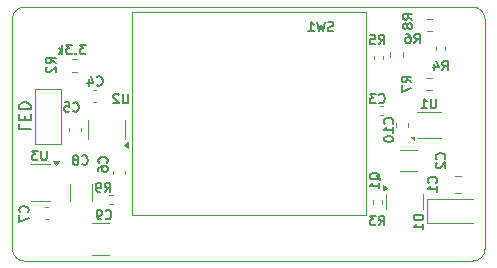
<source format=gbr>
%TF.GenerationSoftware,KiCad,Pcbnew,9.0.2*%
%TF.CreationDate,2025-07-23T23:09:01-07:00*%
%TF.ProjectId,3pdt-pwr-breakout-neg-V2,33706474-2d70-4777-922d-627265616b6f,rev?*%
%TF.SameCoordinates,Original*%
%TF.FileFunction,Legend,Bot*%
%TF.FilePolarity,Positive*%
%FSLAX46Y46*%
G04 Gerber Fmt 4.6, Leading zero omitted, Abs format (unit mm)*
G04 Created by KiCad (PCBNEW 9.0.2) date 2025-07-23 23:09:01*
%MOMM*%
%LPD*%
G01*
G04 APERTURE LIST*
%ADD10C,0.150000*%
%ADD11C,0.120000*%
%TA.AperFunction,Profile*%
%ADD12C,0.100000*%
%TD*%
G04 APERTURE END LIST*
D10*
X53687030Y-54194295D02*
X53191792Y-54194295D01*
X53191792Y-54194295D02*
X53458458Y-54499057D01*
X53458458Y-54499057D02*
X53344173Y-54499057D01*
X53344173Y-54499057D02*
X53267982Y-54537152D01*
X53267982Y-54537152D02*
X53229887Y-54575247D01*
X53229887Y-54575247D02*
X53191792Y-54651438D01*
X53191792Y-54651438D02*
X53191792Y-54841914D01*
X53191792Y-54841914D02*
X53229887Y-54918104D01*
X53229887Y-54918104D02*
X53267982Y-54956200D01*
X53267982Y-54956200D02*
X53344173Y-54994295D01*
X53344173Y-54994295D02*
X53572744Y-54994295D01*
X53572744Y-54994295D02*
X53648935Y-54956200D01*
X53648935Y-54956200D02*
X53687030Y-54918104D01*
X52848934Y-54918104D02*
X52810839Y-54956200D01*
X52810839Y-54956200D02*
X52848934Y-54994295D01*
X52848934Y-54994295D02*
X52887030Y-54956200D01*
X52887030Y-54956200D02*
X52848934Y-54918104D01*
X52848934Y-54918104D02*
X52848934Y-54994295D01*
X52544173Y-54194295D02*
X52048935Y-54194295D01*
X52048935Y-54194295D02*
X52315601Y-54499057D01*
X52315601Y-54499057D02*
X52201316Y-54499057D01*
X52201316Y-54499057D02*
X52125125Y-54537152D01*
X52125125Y-54537152D02*
X52087030Y-54575247D01*
X52087030Y-54575247D02*
X52048935Y-54651438D01*
X52048935Y-54651438D02*
X52048935Y-54841914D01*
X52048935Y-54841914D02*
X52087030Y-54918104D01*
X52087030Y-54918104D02*
X52125125Y-54956200D01*
X52125125Y-54956200D02*
X52201316Y-54994295D01*
X52201316Y-54994295D02*
X52429887Y-54994295D01*
X52429887Y-54994295D02*
X52506078Y-54956200D01*
X52506078Y-54956200D02*
X52544173Y-54918104D01*
X51706077Y-54994295D02*
X51706077Y-54194295D01*
X51629887Y-54689533D02*
X51401315Y-54994295D01*
X51401315Y-54460961D02*
X51706077Y-54765723D01*
X48030180Y-60887030D02*
X48030180Y-61363220D01*
X48030180Y-61363220D02*
X49030180Y-61363220D01*
X48553990Y-60553696D02*
X48553990Y-60220363D01*
X48030180Y-60077506D02*
X48030180Y-60553696D01*
X48030180Y-60553696D02*
X49030180Y-60553696D01*
X49030180Y-60553696D02*
X49030180Y-60077506D01*
X48030180Y-59648934D02*
X49030180Y-59648934D01*
X49030180Y-59648934D02*
X49030180Y-59410839D01*
X49030180Y-59410839D02*
X48982561Y-59267982D01*
X48982561Y-59267982D02*
X48887323Y-59172744D01*
X48887323Y-59172744D02*
X48792085Y-59125125D01*
X48792085Y-59125125D02*
X48601609Y-59077506D01*
X48601609Y-59077506D02*
X48458752Y-59077506D01*
X48458752Y-59077506D02*
X48268276Y-59125125D01*
X48268276Y-59125125D02*
X48173038Y-59172744D01*
X48173038Y-59172744D02*
X48077800Y-59267982D01*
X48077800Y-59267982D02*
X48030180Y-59410839D01*
X48030180Y-59410839D02*
X48030180Y-59648934D01*
X83359523Y-58762295D02*
X83359523Y-59409914D01*
X83359523Y-59409914D02*
X83321428Y-59486104D01*
X83321428Y-59486104D02*
X83283333Y-59524200D01*
X83283333Y-59524200D02*
X83207142Y-59562295D01*
X83207142Y-59562295D02*
X83054761Y-59562295D01*
X83054761Y-59562295D02*
X82978571Y-59524200D01*
X82978571Y-59524200D02*
X82940476Y-59486104D01*
X82940476Y-59486104D02*
X82902380Y-59409914D01*
X82902380Y-59409914D02*
X82902380Y-58762295D01*
X82102381Y-59562295D02*
X82559524Y-59562295D01*
X82330952Y-59562295D02*
X82330952Y-58762295D01*
X82330952Y-58762295D02*
X82407143Y-58876580D01*
X82407143Y-58876580D02*
X82483333Y-58952771D01*
X82483333Y-58952771D02*
X82559524Y-58990866D01*
X55333332Y-66662295D02*
X55599999Y-66281342D01*
X55790475Y-66662295D02*
X55790475Y-65862295D01*
X55790475Y-65862295D02*
X55485713Y-65862295D01*
X55485713Y-65862295D02*
X55409523Y-65900390D01*
X55409523Y-65900390D02*
X55371428Y-65938485D01*
X55371428Y-65938485D02*
X55333332Y-66014676D01*
X55333332Y-66014676D02*
X55333332Y-66128961D01*
X55333332Y-66128961D02*
X55371428Y-66205152D01*
X55371428Y-66205152D02*
X55409523Y-66243247D01*
X55409523Y-66243247D02*
X55485713Y-66281342D01*
X55485713Y-66281342D02*
X55790475Y-66281342D01*
X54952380Y-66662295D02*
X54799999Y-66662295D01*
X54799999Y-66662295D02*
X54723809Y-66624200D01*
X54723809Y-66624200D02*
X54685713Y-66586104D01*
X54685713Y-66586104D02*
X54609523Y-66471819D01*
X54609523Y-66471819D02*
X54571428Y-66319438D01*
X54571428Y-66319438D02*
X54571428Y-66014676D01*
X54571428Y-66014676D02*
X54609523Y-65938485D01*
X54609523Y-65938485D02*
X54647618Y-65900390D01*
X54647618Y-65900390D02*
X54723809Y-65862295D01*
X54723809Y-65862295D02*
X54876190Y-65862295D01*
X54876190Y-65862295D02*
X54952380Y-65900390D01*
X54952380Y-65900390D02*
X54990475Y-65938485D01*
X54990475Y-65938485D02*
X55028571Y-66014676D01*
X55028571Y-66014676D02*
X55028571Y-66205152D01*
X55028571Y-66205152D02*
X54990475Y-66281342D01*
X54990475Y-66281342D02*
X54952380Y-66319438D01*
X54952380Y-66319438D02*
X54876190Y-66357533D01*
X54876190Y-66357533D02*
X54723809Y-66357533D01*
X54723809Y-66357533D02*
X54647618Y-66319438D01*
X54647618Y-66319438D02*
X54609523Y-66281342D01*
X54609523Y-66281342D02*
X54571428Y-66205152D01*
X50409523Y-63162295D02*
X50409523Y-63809914D01*
X50409523Y-63809914D02*
X50371428Y-63886104D01*
X50371428Y-63886104D02*
X50333333Y-63924200D01*
X50333333Y-63924200D02*
X50257142Y-63962295D01*
X50257142Y-63962295D02*
X50104761Y-63962295D01*
X50104761Y-63962295D02*
X50028571Y-63924200D01*
X50028571Y-63924200D02*
X49990476Y-63886104D01*
X49990476Y-63886104D02*
X49952380Y-63809914D01*
X49952380Y-63809914D02*
X49952380Y-63162295D01*
X49647619Y-63162295D02*
X49152381Y-63162295D01*
X49152381Y-63162295D02*
X49419047Y-63467057D01*
X49419047Y-63467057D02*
X49304762Y-63467057D01*
X49304762Y-63467057D02*
X49228571Y-63505152D01*
X49228571Y-63505152D02*
X49190476Y-63543247D01*
X49190476Y-63543247D02*
X49152381Y-63619438D01*
X49152381Y-63619438D02*
X49152381Y-63809914D01*
X49152381Y-63809914D02*
X49190476Y-63886104D01*
X49190476Y-63886104D02*
X49228571Y-63924200D01*
X49228571Y-63924200D02*
X49304762Y-63962295D01*
X49304762Y-63962295D02*
X49533333Y-63962295D01*
X49533333Y-63962295D02*
X49609524Y-63924200D01*
X49609524Y-63924200D02*
X49647619Y-63886104D01*
X82262295Y-68609524D02*
X81462295Y-68609524D01*
X81462295Y-68609524D02*
X81462295Y-68800000D01*
X81462295Y-68800000D02*
X81500390Y-68914286D01*
X81500390Y-68914286D02*
X81576580Y-68990476D01*
X81576580Y-68990476D02*
X81652771Y-69028571D01*
X81652771Y-69028571D02*
X81805152Y-69066667D01*
X81805152Y-69066667D02*
X81919438Y-69066667D01*
X81919438Y-69066667D02*
X82071819Y-69028571D01*
X82071819Y-69028571D02*
X82148009Y-68990476D01*
X82148009Y-68990476D02*
X82224200Y-68914286D01*
X82224200Y-68914286D02*
X82262295Y-68800000D01*
X82262295Y-68800000D02*
X82262295Y-68609524D01*
X82262295Y-69828571D02*
X82262295Y-69371428D01*
X82262295Y-69600000D02*
X81462295Y-69600000D01*
X81462295Y-69600000D02*
X81576580Y-69523809D01*
X81576580Y-69523809D02*
X81652771Y-69447619D01*
X81652771Y-69447619D02*
X81690866Y-69371428D01*
X79686104Y-60885714D02*
X79724200Y-60847618D01*
X79724200Y-60847618D02*
X79762295Y-60733333D01*
X79762295Y-60733333D02*
X79762295Y-60657142D01*
X79762295Y-60657142D02*
X79724200Y-60542856D01*
X79724200Y-60542856D02*
X79648009Y-60466666D01*
X79648009Y-60466666D02*
X79571819Y-60428571D01*
X79571819Y-60428571D02*
X79419438Y-60390475D01*
X79419438Y-60390475D02*
X79305152Y-60390475D01*
X79305152Y-60390475D02*
X79152771Y-60428571D01*
X79152771Y-60428571D02*
X79076580Y-60466666D01*
X79076580Y-60466666D02*
X79000390Y-60542856D01*
X79000390Y-60542856D02*
X78962295Y-60657142D01*
X78962295Y-60657142D02*
X78962295Y-60733333D01*
X78962295Y-60733333D02*
X79000390Y-60847618D01*
X79000390Y-60847618D02*
X79038485Y-60885714D01*
X79762295Y-61647618D02*
X79762295Y-61190475D01*
X79762295Y-61419047D02*
X78962295Y-61419047D01*
X78962295Y-61419047D02*
X79076580Y-61342856D01*
X79076580Y-61342856D02*
X79152771Y-61266666D01*
X79152771Y-61266666D02*
X79190866Y-61190475D01*
X78962295Y-62142857D02*
X78962295Y-62219047D01*
X78962295Y-62219047D02*
X79000390Y-62295238D01*
X79000390Y-62295238D02*
X79038485Y-62333333D01*
X79038485Y-62333333D02*
X79114676Y-62371428D01*
X79114676Y-62371428D02*
X79267057Y-62409523D01*
X79267057Y-62409523D02*
X79457533Y-62409523D01*
X79457533Y-62409523D02*
X79609914Y-62371428D01*
X79609914Y-62371428D02*
X79686104Y-62333333D01*
X79686104Y-62333333D02*
X79724200Y-62295238D01*
X79724200Y-62295238D02*
X79762295Y-62219047D01*
X79762295Y-62219047D02*
X79762295Y-62142857D01*
X79762295Y-62142857D02*
X79724200Y-62066666D01*
X79724200Y-62066666D02*
X79686104Y-62028571D01*
X79686104Y-62028571D02*
X79609914Y-61990476D01*
X79609914Y-61990476D02*
X79457533Y-61952380D01*
X79457533Y-61952380D02*
X79267057Y-61952380D01*
X79267057Y-61952380D02*
X79114676Y-61990476D01*
X79114676Y-61990476D02*
X79038485Y-62028571D01*
X79038485Y-62028571D02*
X79000390Y-62066666D01*
X79000390Y-62066666D02*
X78962295Y-62142857D01*
X78638485Y-65623809D02*
X78600390Y-65547619D01*
X78600390Y-65547619D02*
X78524200Y-65471428D01*
X78524200Y-65471428D02*
X78409914Y-65357142D01*
X78409914Y-65357142D02*
X78371819Y-65280952D01*
X78371819Y-65280952D02*
X78371819Y-65204761D01*
X78562295Y-65242857D02*
X78524200Y-65166666D01*
X78524200Y-65166666D02*
X78448009Y-65090476D01*
X78448009Y-65090476D02*
X78295628Y-65052380D01*
X78295628Y-65052380D02*
X78028961Y-65052380D01*
X78028961Y-65052380D02*
X77876580Y-65090476D01*
X77876580Y-65090476D02*
X77800390Y-65166666D01*
X77800390Y-65166666D02*
X77762295Y-65242857D01*
X77762295Y-65242857D02*
X77762295Y-65395238D01*
X77762295Y-65395238D02*
X77800390Y-65471428D01*
X77800390Y-65471428D02*
X77876580Y-65547619D01*
X77876580Y-65547619D02*
X78028961Y-65585714D01*
X78028961Y-65585714D02*
X78295628Y-65585714D01*
X78295628Y-65585714D02*
X78448009Y-65547619D01*
X78448009Y-65547619D02*
X78524200Y-65471428D01*
X78524200Y-65471428D02*
X78562295Y-65395238D01*
X78562295Y-65395238D02*
X78562295Y-65242857D01*
X78562295Y-66347618D02*
X78562295Y-65890475D01*
X78562295Y-66119047D02*
X77762295Y-66119047D01*
X77762295Y-66119047D02*
X77876580Y-66042856D01*
X77876580Y-66042856D02*
X77952771Y-65966666D01*
X77952771Y-65966666D02*
X77990866Y-65890475D01*
X78533332Y-54162295D02*
X78799999Y-53781342D01*
X78990475Y-54162295D02*
X78990475Y-53362295D01*
X78990475Y-53362295D02*
X78685713Y-53362295D01*
X78685713Y-53362295D02*
X78609523Y-53400390D01*
X78609523Y-53400390D02*
X78571428Y-53438485D01*
X78571428Y-53438485D02*
X78533332Y-53514676D01*
X78533332Y-53514676D02*
X78533332Y-53628961D01*
X78533332Y-53628961D02*
X78571428Y-53705152D01*
X78571428Y-53705152D02*
X78609523Y-53743247D01*
X78609523Y-53743247D02*
X78685713Y-53781342D01*
X78685713Y-53781342D02*
X78990475Y-53781342D01*
X77809523Y-53362295D02*
X78190475Y-53362295D01*
X78190475Y-53362295D02*
X78228571Y-53743247D01*
X78228571Y-53743247D02*
X78190475Y-53705152D01*
X78190475Y-53705152D02*
X78114285Y-53667057D01*
X78114285Y-53667057D02*
X77923809Y-53667057D01*
X77923809Y-53667057D02*
X77847618Y-53705152D01*
X77847618Y-53705152D02*
X77809523Y-53743247D01*
X77809523Y-53743247D02*
X77771428Y-53819438D01*
X77771428Y-53819438D02*
X77771428Y-54009914D01*
X77771428Y-54009914D02*
X77809523Y-54086104D01*
X77809523Y-54086104D02*
X77847618Y-54124200D01*
X77847618Y-54124200D02*
X77923809Y-54162295D01*
X77923809Y-54162295D02*
X78114285Y-54162295D01*
X78114285Y-54162295D02*
X78190475Y-54124200D01*
X78190475Y-54124200D02*
X78228571Y-54086104D01*
X52633332Y-59786104D02*
X52671428Y-59824200D01*
X52671428Y-59824200D02*
X52785713Y-59862295D01*
X52785713Y-59862295D02*
X52861904Y-59862295D01*
X52861904Y-59862295D02*
X52976190Y-59824200D01*
X52976190Y-59824200D02*
X53052380Y-59748009D01*
X53052380Y-59748009D02*
X53090475Y-59671819D01*
X53090475Y-59671819D02*
X53128571Y-59519438D01*
X53128571Y-59519438D02*
X53128571Y-59405152D01*
X53128571Y-59405152D02*
X53090475Y-59252771D01*
X53090475Y-59252771D02*
X53052380Y-59176580D01*
X53052380Y-59176580D02*
X52976190Y-59100390D01*
X52976190Y-59100390D02*
X52861904Y-59062295D01*
X52861904Y-59062295D02*
X52785713Y-59062295D01*
X52785713Y-59062295D02*
X52671428Y-59100390D01*
X52671428Y-59100390D02*
X52633332Y-59138485D01*
X51909523Y-59062295D02*
X52290475Y-59062295D01*
X52290475Y-59062295D02*
X52328571Y-59443247D01*
X52328571Y-59443247D02*
X52290475Y-59405152D01*
X52290475Y-59405152D02*
X52214285Y-59367057D01*
X52214285Y-59367057D02*
X52023809Y-59367057D01*
X52023809Y-59367057D02*
X51947618Y-59405152D01*
X51947618Y-59405152D02*
X51909523Y-59443247D01*
X51909523Y-59443247D02*
X51871428Y-59519438D01*
X51871428Y-59519438D02*
X51871428Y-59709914D01*
X51871428Y-59709914D02*
X51909523Y-59786104D01*
X51909523Y-59786104D02*
X51947618Y-59824200D01*
X51947618Y-59824200D02*
X52023809Y-59862295D01*
X52023809Y-59862295D02*
X52214285Y-59862295D01*
X52214285Y-59862295D02*
X52290475Y-59824200D01*
X52290475Y-59824200D02*
X52328571Y-59786104D01*
X74666667Y-53024200D02*
X74552381Y-53062295D01*
X74552381Y-53062295D02*
X74361905Y-53062295D01*
X74361905Y-53062295D02*
X74285714Y-53024200D01*
X74285714Y-53024200D02*
X74247619Y-52986104D01*
X74247619Y-52986104D02*
X74209524Y-52909914D01*
X74209524Y-52909914D02*
X74209524Y-52833723D01*
X74209524Y-52833723D02*
X74247619Y-52757533D01*
X74247619Y-52757533D02*
X74285714Y-52719438D01*
X74285714Y-52719438D02*
X74361905Y-52681342D01*
X74361905Y-52681342D02*
X74514286Y-52643247D01*
X74514286Y-52643247D02*
X74590476Y-52605152D01*
X74590476Y-52605152D02*
X74628571Y-52567057D01*
X74628571Y-52567057D02*
X74666667Y-52490866D01*
X74666667Y-52490866D02*
X74666667Y-52414676D01*
X74666667Y-52414676D02*
X74628571Y-52338485D01*
X74628571Y-52338485D02*
X74590476Y-52300390D01*
X74590476Y-52300390D02*
X74514286Y-52262295D01*
X74514286Y-52262295D02*
X74323809Y-52262295D01*
X74323809Y-52262295D02*
X74209524Y-52300390D01*
X73942857Y-52262295D02*
X73752381Y-53062295D01*
X73752381Y-53062295D02*
X73600000Y-52490866D01*
X73600000Y-52490866D02*
X73447619Y-53062295D01*
X73447619Y-53062295D02*
X73257143Y-52262295D01*
X72533333Y-53062295D02*
X72990476Y-53062295D01*
X72761904Y-53062295D02*
X72761904Y-52262295D01*
X72761904Y-52262295D02*
X72838095Y-52376580D01*
X72838095Y-52376580D02*
X72914285Y-52452771D01*
X72914285Y-52452771D02*
X72990476Y-52490866D01*
X53383332Y-64286104D02*
X53421428Y-64324200D01*
X53421428Y-64324200D02*
X53535713Y-64362295D01*
X53535713Y-64362295D02*
X53611904Y-64362295D01*
X53611904Y-64362295D02*
X53726190Y-64324200D01*
X53726190Y-64324200D02*
X53802380Y-64248009D01*
X53802380Y-64248009D02*
X53840475Y-64171819D01*
X53840475Y-64171819D02*
X53878571Y-64019438D01*
X53878571Y-64019438D02*
X53878571Y-63905152D01*
X53878571Y-63905152D02*
X53840475Y-63752771D01*
X53840475Y-63752771D02*
X53802380Y-63676580D01*
X53802380Y-63676580D02*
X53726190Y-63600390D01*
X53726190Y-63600390D02*
X53611904Y-63562295D01*
X53611904Y-63562295D02*
X53535713Y-63562295D01*
X53535713Y-63562295D02*
X53421428Y-63600390D01*
X53421428Y-63600390D02*
X53383332Y-63638485D01*
X52926190Y-63905152D02*
X53002380Y-63867057D01*
X53002380Y-63867057D02*
X53040475Y-63828961D01*
X53040475Y-63828961D02*
X53078571Y-63752771D01*
X53078571Y-63752771D02*
X53078571Y-63714676D01*
X53078571Y-63714676D02*
X53040475Y-63638485D01*
X53040475Y-63638485D02*
X53002380Y-63600390D01*
X53002380Y-63600390D02*
X52926190Y-63562295D01*
X52926190Y-63562295D02*
X52773809Y-63562295D01*
X52773809Y-63562295D02*
X52697618Y-63600390D01*
X52697618Y-63600390D02*
X52659523Y-63638485D01*
X52659523Y-63638485D02*
X52621428Y-63714676D01*
X52621428Y-63714676D02*
X52621428Y-63752771D01*
X52621428Y-63752771D02*
X52659523Y-63828961D01*
X52659523Y-63828961D02*
X52697618Y-63867057D01*
X52697618Y-63867057D02*
X52773809Y-63905152D01*
X52773809Y-63905152D02*
X52926190Y-63905152D01*
X52926190Y-63905152D02*
X53002380Y-63943247D01*
X53002380Y-63943247D02*
X53040475Y-63981342D01*
X53040475Y-63981342D02*
X53078571Y-64057533D01*
X53078571Y-64057533D02*
X53078571Y-64209914D01*
X53078571Y-64209914D02*
X53040475Y-64286104D01*
X53040475Y-64286104D02*
X53002380Y-64324200D01*
X53002380Y-64324200D02*
X52926190Y-64362295D01*
X52926190Y-64362295D02*
X52773809Y-64362295D01*
X52773809Y-64362295D02*
X52697618Y-64324200D01*
X52697618Y-64324200D02*
X52659523Y-64286104D01*
X52659523Y-64286104D02*
X52621428Y-64209914D01*
X52621428Y-64209914D02*
X52621428Y-64057533D01*
X52621428Y-64057533D02*
X52659523Y-63981342D01*
X52659523Y-63981342D02*
X52697618Y-63943247D01*
X52697618Y-63943247D02*
X52773809Y-63905152D01*
X78533332Y-69462295D02*
X78799999Y-69081342D01*
X78990475Y-69462295D02*
X78990475Y-68662295D01*
X78990475Y-68662295D02*
X78685713Y-68662295D01*
X78685713Y-68662295D02*
X78609523Y-68700390D01*
X78609523Y-68700390D02*
X78571428Y-68738485D01*
X78571428Y-68738485D02*
X78533332Y-68814676D01*
X78533332Y-68814676D02*
X78533332Y-68928961D01*
X78533332Y-68928961D02*
X78571428Y-69005152D01*
X78571428Y-69005152D02*
X78609523Y-69043247D01*
X78609523Y-69043247D02*
X78685713Y-69081342D01*
X78685713Y-69081342D02*
X78990475Y-69081342D01*
X78266666Y-68662295D02*
X77771428Y-68662295D01*
X77771428Y-68662295D02*
X78038094Y-68967057D01*
X78038094Y-68967057D02*
X77923809Y-68967057D01*
X77923809Y-68967057D02*
X77847618Y-69005152D01*
X77847618Y-69005152D02*
X77809523Y-69043247D01*
X77809523Y-69043247D02*
X77771428Y-69119438D01*
X77771428Y-69119438D02*
X77771428Y-69309914D01*
X77771428Y-69309914D02*
X77809523Y-69386104D01*
X77809523Y-69386104D02*
X77847618Y-69424200D01*
X77847618Y-69424200D02*
X77923809Y-69462295D01*
X77923809Y-69462295D02*
X78152380Y-69462295D01*
X78152380Y-69462295D02*
X78228571Y-69424200D01*
X78228571Y-69424200D02*
X78266666Y-69386104D01*
X51162295Y-55766667D02*
X50781342Y-55500000D01*
X51162295Y-55309524D02*
X50362295Y-55309524D01*
X50362295Y-55309524D02*
X50362295Y-55614286D01*
X50362295Y-55614286D02*
X50400390Y-55690476D01*
X50400390Y-55690476D02*
X50438485Y-55728571D01*
X50438485Y-55728571D02*
X50514676Y-55766667D01*
X50514676Y-55766667D02*
X50628961Y-55766667D01*
X50628961Y-55766667D02*
X50705152Y-55728571D01*
X50705152Y-55728571D02*
X50743247Y-55690476D01*
X50743247Y-55690476D02*
X50781342Y-55614286D01*
X50781342Y-55614286D02*
X50781342Y-55309524D01*
X50438485Y-56071428D02*
X50400390Y-56109524D01*
X50400390Y-56109524D02*
X50362295Y-56185714D01*
X50362295Y-56185714D02*
X50362295Y-56376190D01*
X50362295Y-56376190D02*
X50400390Y-56452381D01*
X50400390Y-56452381D02*
X50438485Y-56490476D01*
X50438485Y-56490476D02*
X50514676Y-56528571D01*
X50514676Y-56528571D02*
X50590866Y-56528571D01*
X50590866Y-56528571D02*
X50705152Y-56490476D01*
X50705152Y-56490476D02*
X51162295Y-56033333D01*
X51162295Y-56033333D02*
X51162295Y-56528571D01*
X81533332Y-54062295D02*
X81799999Y-53681342D01*
X81990475Y-54062295D02*
X81990475Y-53262295D01*
X81990475Y-53262295D02*
X81685713Y-53262295D01*
X81685713Y-53262295D02*
X81609523Y-53300390D01*
X81609523Y-53300390D02*
X81571428Y-53338485D01*
X81571428Y-53338485D02*
X81533332Y-53414676D01*
X81533332Y-53414676D02*
X81533332Y-53528961D01*
X81533332Y-53528961D02*
X81571428Y-53605152D01*
X81571428Y-53605152D02*
X81609523Y-53643247D01*
X81609523Y-53643247D02*
X81685713Y-53681342D01*
X81685713Y-53681342D02*
X81990475Y-53681342D01*
X80847618Y-53262295D02*
X80999999Y-53262295D01*
X80999999Y-53262295D02*
X81076190Y-53300390D01*
X81076190Y-53300390D02*
X81114285Y-53338485D01*
X81114285Y-53338485D02*
X81190475Y-53452771D01*
X81190475Y-53452771D02*
X81228571Y-53605152D01*
X81228571Y-53605152D02*
X81228571Y-53909914D01*
X81228571Y-53909914D02*
X81190475Y-53986104D01*
X81190475Y-53986104D02*
X81152380Y-54024200D01*
X81152380Y-54024200D02*
X81076190Y-54062295D01*
X81076190Y-54062295D02*
X80923809Y-54062295D01*
X80923809Y-54062295D02*
X80847618Y-54024200D01*
X80847618Y-54024200D02*
X80809523Y-53986104D01*
X80809523Y-53986104D02*
X80771428Y-53909914D01*
X80771428Y-53909914D02*
X80771428Y-53719438D01*
X80771428Y-53719438D02*
X80809523Y-53643247D01*
X80809523Y-53643247D02*
X80847618Y-53605152D01*
X80847618Y-53605152D02*
X80923809Y-53567057D01*
X80923809Y-53567057D02*
X81076190Y-53567057D01*
X81076190Y-53567057D02*
X81152380Y-53605152D01*
X81152380Y-53605152D02*
X81190475Y-53643247D01*
X81190475Y-53643247D02*
X81228571Y-53719438D01*
X83883332Y-56362295D02*
X84149999Y-55981342D01*
X84340475Y-56362295D02*
X84340475Y-55562295D01*
X84340475Y-55562295D02*
X84035713Y-55562295D01*
X84035713Y-55562295D02*
X83959523Y-55600390D01*
X83959523Y-55600390D02*
X83921428Y-55638485D01*
X83921428Y-55638485D02*
X83883332Y-55714676D01*
X83883332Y-55714676D02*
X83883332Y-55828961D01*
X83883332Y-55828961D02*
X83921428Y-55905152D01*
X83921428Y-55905152D02*
X83959523Y-55943247D01*
X83959523Y-55943247D02*
X84035713Y-55981342D01*
X84035713Y-55981342D02*
X84340475Y-55981342D01*
X83197618Y-55828961D02*
X83197618Y-56362295D01*
X83388094Y-55524200D02*
X83578571Y-56095628D01*
X83578571Y-56095628D02*
X83083332Y-56095628D01*
X55486104Y-64166667D02*
X55524200Y-64128571D01*
X55524200Y-64128571D02*
X55562295Y-64014286D01*
X55562295Y-64014286D02*
X55562295Y-63938095D01*
X55562295Y-63938095D02*
X55524200Y-63823809D01*
X55524200Y-63823809D02*
X55448009Y-63747619D01*
X55448009Y-63747619D02*
X55371819Y-63709524D01*
X55371819Y-63709524D02*
X55219438Y-63671428D01*
X55219438Y-63671428D02*
X55105152Y-63671428D01*
X55105152Y-63671428D02*
X54952771Y-63709524D01*
X54952771Y-63709524D02*
X54876580Y-63747619D01*
X54876580Y-63747619D02*
X54800390Y-63823809D01*
X54800390Y-63823809D02*
X54762295Y-63938095D01*
X54762295Y-63938095D02*
X54762295Y-64014286D01*
X54762295Y-64014286D02*
X54800390Y-64128571D01*
X54800390Y-64128571D02*
X54838485Y-64166667D01*
X54762295Y-64852381D02*
X54762295Y-64700000D01*
X54762295Y-64700000D02*
X54800390Y-64623809D01*
X54800390Y-64623809D02*
X54838485Y-64585714D01*
X54838485Y-64585714D02*
X54952771Y-64509524D01*
X54952771Y-64509524D02*
X55105152Y-64471428D01*
X55105152Y-64471428D02*
X55409914Y-64471428D01*
X55409914Y-64471428D02*
X55486104Y-64509524D01*
X55486104Y-64509524D02*
X55524200Y-64547619D01*
X55524200Y-64547619D02*
X55562295Y-64623809D01*
X55562295Y-64623809D02*
X55562295Y-64776190D01*
X55562295Y-64776190D02*
X55524200Y-64852381D01*
X55524200Y-64852381D02*
X55486104Y-64890476D01*
X55486104Y-64890476D02*
X55409914Y-64928571D01*
X55409914Y-64928571D02*
X55219438Y-64928571D01*
X55219438Y-64928571D02*
X55143247Y-64890476D01*
X55143247Y-64890476D02*
X55105152Y-64852381D01*
X55105152Y-64852381D02*
X55067057Y-64776190D01*
X55067057Y-64776190D02*
X55067057Y-64623809D01*
X55067057Y-64623809D02*
X55105152Y-64547619D01*
X55105152Y-64547619D02*
X55143247Y-64509524D01*
X55143247Y-64509524D02*
X55219438Y-64471428D01*
X83386104Y-65866667D02*
X83424200Y-65828571D01*
X83424200Y-65828571D02*
X83462295Y-65714286D01*
X83462295Y-65714286D02*
X83462295Y-65638095D01*
X83462295Y-65638095D02*
X83424200Y-65523809D01*
X83424200Y-65523809D02*
X83348009Y-65447619D01*
X83348009Y-65447619D02*
X83271819Y-65409524D01*
X83271819Y-65409524D02*
X83119438Y-65371428D01*
X83119438Y-65371428D02*
X83005152Y-65371428D01*
X83005152Y-65371428D02*
X82852771Y-65409524D01*
X82852771Y-65409524D02*
X82776580Y-65447619D01*
X82776580Y-65447619D02*
X82700390Y-65523809D01*
X82700390Y-65523809D02*
X82662295Y-65638095D01*
X82662295Y-65638095D02*
X82662295Y-65714286D01*
X82662295Y-65714286D02*
X82700390Y-65828571D01*
X82700390Y-65828571D02*
X82738485Y-65866667D01*
X83462295Y-66628571D02*
X83462295Y-66171428D01*
X83462295Y-66400000D02*
X82662295Y-66400000D01*
X82662295Y-66400000D02*
X82776580Y-66323809D01*
X82776580Y-66323809D02*
X82852771Y-66247619D01*
X82852771Y-66247619D02*
X82890866Y-66171428D01*
X81262295Y-57366667D02*
X80881342Y-57100000D01*
X81262295Y-56909524D02*
X80462295Y-56909524D01*
X80462295Y-56909524D02*
X80462295Y-57214286D01*
X80462295Y-57214286D02*
X80500390Y-57290476D01*
X80500390Y-57290476D02*
X80538485Y-57328571D01*
X80538485Y-57328571D02*
X80614676Y-57366667D01*
X80614676Y-57366667D02*
X80728961Y-57366667D01*
X80728961Y-57366667D02*
X80805152Y-57328571D01*
X80805152Y-57328571D02*
X80843247Y-57290476D01*
X80843247Y-57290476D02*
X80881342Y-57214286D01*
X80881342Y-57214286D02*
X80881342Y-56909524D01*
X80462295Y-57633333D02*
X80462295Y-58166667D01*
X80462295Y-58166667D02*
X81262295Y-57823809D01*
X84086104Y-63866667D02*
X84124200Y-63828571D01*
X84124200Y-63828571D02*
X84162295Y-63714286D01*
X84162295Y-63714286D02*
X84162295Y-63638095D01*
X84162295Y-63638095D02*
X84124200Y-63523809D01*
X84124200Y-63523809D02*
X84048009Y-63447619D01*
X84048009Y-63447619D02*
X83971819Y-63409524D01*
X83971819Y-63409524D02*
X83819438Y-63371428D01*
X83819438Y-63371428D02*
X83705152Y-63371428D01*
X83705152Y-63371428D02*
X83552771Y-63409524D01*
X83552771Y-63409524D02*
X83476580Y-63447619D01*
X83476580Y-63447619D02*
X83400390Y-63523809D01*
X83400390Y-63523809D02*
X83362295Y-63638095D01*
X83362295Y-63638095D02*
X83362295Y-63714286D01*
X83362295Y-63714286D02*
X83400390Y-63828571D01*
X83400390Y-63828571D02*
X83438485Y-63866667D01*
X83438485Y-64171428D02*
X83400390Y-64209524D01*
X83400390Y-64209524D02*
X83362295Y-64285714D01*
X83362295Y-64285714D02*
X83362295Y-64476190D01*
X83362295Y-64476190D02*
X83400390Y-64552381D01*
X83400390Y-64552381D02*
X83438485Y-64590476D01*
X83438485Y-64590476D02*
X83514676Y-64628571D01*
X83514676Y-64628571D02*
X83590866Y-64628571D01*
X83590866Y-64628571D02*
X83705152Y-64590476D01*
X83705152Y-64590476D02*
X84162295Y-64133333D01*
X84162295Y-64133333D02*
X84162295Y-64628571D01*
X55383332Y-68886104D02*
X55421428Y-68924200D01*
X55421428Y-68924200D02*
X55535713Y-68962295D01*
X55535713Y-68962295D02*
X55611904Y-68962295D01*
X55611904Y-68962295D02*
X55726190Y-68924200D01*
X55726190Y-68924200D02*
X55802380Y-68848009D01*
X55802380Y-68848009D02*
X55840475Y-68771819D01*
X55840475Y-68771819D02*
X55878571Y-68619438D01*
X55878571Y-68619438D02*
X55878571Y-68505152D01*
X55878571Y-68505152D02*
X55840475Y-68352771D01*
X55840475Y-68352771D02*
X55802380Y-68276580D01*
X55802380Y-68276580D02*
X55726190Y-68200390D01*
X55726190Y-68200390D02*
X55611904Y-68162295D01*
X55611904Y-68162295D02*
X55535713Y-68162295D01*
X55535713Y-68162295D02*
X55421428Y-68200390D01*
X55421428Y-68200390D02*
X55383332Y-68238485D01*
X55002380Y-68962295D02*
X54849999Y-68962295D01*
X54849999Y-68962295D02*
X54773809Y-68924200D01*
X54773809Y-68924200D02*
X54735713Y-68886104D01*
X54735713Y-68886104D02*
X54659523Y-68771819D01*
X54659523Y-68771819D02*
X54621428Y-68619438D01*
X54621428Y-68619438D02*
X54621428Y-68314676D01*
X54621428Y-68314676D02*
X54659523Y-68238485D01*
X54659523Y-68238485D02*
X54697618Y-68200390D01*
X54697618Y-68200390D02*
X54773809Y-68162295D01*
X54773809Y-68162295D02*
X54926190Y-68162295D01*
X54926190Y-68162295D02*
X55002380Y-68200390D01*
X55002380Y-68200390D02*
X55040475Y-68238485D01*
X55040475Y-68238485D02*
X55078571Y-68314676D01*
X55078571Y-68314676D02*
X55078571Y-68505152D01*
X55078571Y-68505152D02*
X55040475Y-68581342D01*
X55040475Y-68581342D02*
X55002380Y-68619438D01*
X55002380Y-68619438D02*
X54926190Y-68657533D01*
X54926190Y-68657533D02*
X54773809Y-68657533D01*
X54773809Y-68657533D02*
X54697618Y-68619438D01*
X54697618Y-68619438D02*
X54659523Y-68581342D01*
X54659523Y-68581342D02*
X54621428Y-68505152D01*
X57309523Y-58362295D02*
X57309523Y-59009914D01*
X57309523Y-59009914D02*
X57271428Y-59086104D01*
X57271428Y-59086104D02*
X57233333Y-59124200D01*
X57233333Y-59124200D02*
X57157142Y-59162295D01*
X57157142Y-59162295D02*
X57004761Y-59162295D01*
X57004761Y-59162295D02*
X56928571Y-59124200D01*
X56928571Y-59124200D02*
X56890476Y-59086104D01*
X56890476Y-59086104D02*
X56852380Y-59009914D01*
X56852380Y-59009914D02*
X56852380Y-58362295D01*
X56509524Y-58438485D02*
X56471428Y-58400390D01*
X56471428Y-58400390D02*
X56395238Y-58362295D01*
X56395238Y-58362295D02*
X56204762Y-58362295D01*
X56204762Y-58362295D02*
X56128571Y-58400390D01*
X56128571Y-58400390D02*
X56090476Y-58438485D01*
X56090476Y-58438485D02*
X56052381Y-58514676D01*
X56052381Y-58514676D02*
X56052381Y-58590866D01*
X56052381Y-58590866D02*
X56090476Y-58705152D01*
X56090476Y-58705152D02*
X56547619Y-59162295D01*
X56547619Y-59162295D02*
X56052381Y-59162295D01*
X54633332Y-57586104D02*
X54671428Y-57624200D01*
X54671428Y-57624200D02*
X54785713Y-57662295D01*
X54785713Y-57662295D02*
X54861904Y-57662295D01*
X54861904Y-57662295D02*
X54976190Y-57624200D01*
X54976190Y-57624200D02*
X55052380Y-57548009D01*
X55052380Y-57548009D02*
X55090475Y-57471819D01*
X55090475Y-57471819D02*
X55128571Y-57319438D01*
X55128571Y-57319438D02*
X55128571Y-57205152D01*
X55128571Y-57205152D02*
X55090475Y-57052771D01*
X55090475Y-57052771D02*
X55052380Y-56976580D01*
X55052380Y-56976580D02*
X54976190Y-56900390D01*
X54976190Y-56900390D02*
X54861904Y-56862295D01*
X54861904Y-56862295D02*
X54785713Y-56862295D01*
X54785713Y-56862295D02*
X54671428Y-56900390D01*
X54671428Y-56900390D02*
X54633332Y-56938485D01*
X53947618Y-57128961D02*
X53947618Y-57662295D01*
X54138094Y-56824200D02*
X54328571Y-57395628D01*
X54328571Y-57395628D02*
X53833332Y-57395628D01*
X81362295Y-52066667D02*
X80981342Y-51800000D01*
X81362295Y-51609524D02*
X80562295Y-51609524D01*
X80562295Y-51609524D02*
X80562295Y-51914286D01*
X80562295Y-51914286D02*
X80600390Y-51990476D01*
X80600390Y-51990476D02*
X80638485Y-52028571D01*
X80638485Y-52028571D02*
X80714676Y-52066667D01*
X80714676Y-52066667D02*
X80828961Y-52066667D01*
X80828961Y-52066667D02*
X80905152Y-52028571D01*
X80905152Y-52028571D02*
X80943247Y-51990476D01*
X80943247Y-51990476D02*
X80981342Y-51914286D01*
X80981342Y-51914286D02*
X80981342Y-51609524D01*
X80905152Y-52523809D02*
X80867057Y-52447619D01*
X80867057Y-52447619D02*
X80828961Y-52409524D01*
X80828961Y-52409524D02*
X80752771Y-52371428D01*
X80752771Y-52371428D02*
X80714676Y-52371428D01*
X80714676Y-52371428D02*
X80638485Y-52409524D01*
X80638485Y-52409524D02*
X80600390Y-52447619D01*
X80600390Y-52447619D02*
X80562295Y-52523809D01*
X80562295Y-52523809D02*
X80562295Y-52676190D01*
X80562295Y-52676190D02*
X80600390Y-52752381D01*
X80600390Y-52752381D02*
X80638485Y-52790476D01*
X80638485Y-52790476D02*
X80714676Y-52828571D01*
X80714676Y-52828571D02*
X80752771Y-52828571D01*
X80752771Y-52828571D02*
X80828961Y-52790476D01*
X80828961Y-52790476D02*
X80867057Y-52752381D01*
X80867057Y-52752381D02*
X80905152Y-52676190D01*
X80905152Y-52676190D02*
X80905152Y-52523809D01*
X80905152Y-52523809D02*
X80943247Y-52447619D01*
X80943247Y-52447619D02*
X80981342Y-52409524D01*
X80981342Y-52409524D02*
X81057533Y-52371428D01*
X81057533Y-52371428D02*
X81209914Y-52371428D01*
X81209914Y-52371428D02*
X81286104Y-52409524D01*
X81286104Y-52409524D02*
X81324200Y-52447619D01*
X81324200Y-52447619D02*
X81362295Y-52523809D01*
X81362295Y-52523809D02*
X81362295Y-52676190D01*
X81362295Y-52676190D02*
X81324200Y-52752381D01*
X81324200Y-52752381D02*
X81286104Y-52790476D01*
X81286104Y-52790476D02*
X81209914Y-52828571D01*
X81209914Y-52828571D02*
X81057533Y-52828571D01*
X81057533Y-52828571D02*
X80981342Y-52790476D01*
X80981342Y-52790476D02*
X80943247Y-52752381D01*
X80943247Y-52752381D02*
X80905152Y-52676190D01*
X78533332Y-59086104D02*
X78571428Y-59124200D01*
X78571428Y-59124200D02*
X78685713Y-59162295D01*
X78685713Y-59162295D02*
X78761904Y-59162295D01*
X78761904Y-59162295D02*
X78876190Y-59124200D01*
X78876190Y-59124200D02*
X78952380Y-59048009D01*
X78952380Y-59048009D02*
X78990475Y-58971819D01*
X78990475Y-58971819D02*
X79028571Y-58819438D01*
X79028571Y-58819438D02*
X79028571Y-58705152D01*
X79028571Y-58705152D02*
X78990475Y-58552771D01*
X78990475Y-58552771D02*
X78952380Y-58476580D01*
X78952380Y-58476580D02*
X78876190Y-58400390D01*
X78876190Y-58400390D02*
X78761904Y-58362295D01*
X78761904Y-58362295D02*
X78685713Y-58362295D01*
X78685713Y-58362295D02*
X78571428Y-58400390D01*
X78571428Y-58400390D02*
X78533332Y-58438485D01*
X78266666Y-58362295D02*
X77771428Y-58362295D01*
X77771428Y-58362295D02*
X78038094Y-58667057D01*
X78038094Y-58667057D02*
X77923809Y-58667057D01*
X77923809Y-58667057D02*
X77847618Y-58705152D01*
X77847618Y-58705152D02*
X77809523Y-58743247D01*
X77809523Y-58743247D02*
X77771428Y-58819438D01*
X77771428Y-58819438D02*
X77771428Y-59009914D01*
X77771428Y-59009914D02*
X77809523Y-59086104D01*
X77809523Y-59086104D02*
X77847618Y-59124200D01*
X77847618Y-59124200D02*
X77923809Y-59162295D01*
X77923809Y-59162295D02*
X78152380Y-59162295D01*
X78152380Y-59162295D02*
X78228571Y-59124200D01*
X78228571Y-59124200D02*
X78266666Y-59086104D01*
X48786104Y-68366667D02*
X48824200Y-68328571D01*
X48824200Y-68328571D02*
X48862295Y-68214286D01*
X48862295Y-68214286D02*
X48862295Y-68138095D01*
X48862295Y-68138095D02*
X48824200Y-68023809D01*
X48824200Y-68023809D02*
X48748009Y-67947619D01*
X48748009Y-67947619D02*
X48671819Y-67909524D01*
X48671819Y-67909524D02*
X48519438Y-67871428D01*
X48519438Y-67871428D02*
X48405152Y-67871428D01*
X48405152Y-67871428D02*
X48252771Y-67909524D01*
X48252771Y-67909524D02*
X48176580Y-67947619D01*
X48176580Y-67947619D02*
X48100390Y-68023809D01*
X48100390Y-68023809D02*
X48062295Y-68138095D01*
X48062295Y-68138095D02*
X48062295Y-68214286D01*
X48062295Y-68214286D02*
X48100390Y-68328571D01*
X48100390Y-68328571D02*
X48138485Y-68366667D01*
X48062295Y-68633333D02*
X48062295Y-69166667D01*
X48062295Y-69166667D02*
X48862295Y-68823809D01*
D11*
%TO.C,U1*%
X81750000Y-62110000D02*
X83750000Y-62110000D01*
X81750000Y-59890000D02*
X83750000Y-59890000D01*
X81510000Y-62290000D02*
X81230000Y-62010000D01*
X81510000Y-62010000D01*
X81510000Y-62290000D01*
G36*
X81510000Y-62290000D02*
G01*
X81230000Y-62010000D01*
X81510000Y-62010000D01*
X81510000Y-62290000D01*
G37*
%TO.C,R9*%
X55706359Y-67676750D02*
X56013641Y-67676750D01*
X55706359Y-66916750D02*
X56013641Y-66916750D01*
%TO.C,U3*%
X49862500Y-64308250D02*
X50662500Y-64308250D01*
X49862500Y-64308250D02*
X49062500Y-64308250D01*
X49862500Y-67428250D02*
X50662500Y-67428250D01*
X49862500Y-67428250D02*
X49062500Y-67428250D01*
X51162500Y-64358250D02*
X50922500Y-64028250D01*
X51402500Y-64028250D01*
X51162500Y-64358250D01*
G36*
X51162500Y-64358250D02*
G01*
X50922500Y-64028250D01*
X51402500Y-64028250D01*
X51162500Y-64358250D01*
G37*
%TO.C,D1*%
X82640000Y-69250000D02*
X82640000Y-67250000D01*
X82640000Y-69250000D02*
X86500000Y-69250000D01*
X82640000Y-67250000D02*
X86500000Y-67250000D01*
%TO.C,C10*%
X79990000Y-60834420D02*
X79990000Y-61115580D01*
X81010000Y-60834420D02*
X81010000Y-61115580D01*
%TO.C,Q1*%
X79140000Y-67437500D02*
X79140000Y-66787500D01*
X79140000Y-67437500D02*
X79140000Y-68087500D01*
X82260000Y-67437500D02*
X82260000Y-66787500D01*
X82260000Y-67437500D02*
X82260000Y-68087500D01*
X79190000Y-66275000D02*
X78860000Y-66515000D01*
X78860000Y-66035000D01*
X79190000Y-66275000D01*
G36*
X79190000Y-66275000D02*
G01*
X78860000Y-66515000D01*
X78860000Y-66035000D01*
X79190000Y-66275000D01*
G37*
%TO.C,D2*%
X51600000Y-62625000D02*
X51600000Y-57925000D01*
X49400000Y-62625000D02*
X51600000Y-62625000D01*
X51600000Y-57925000D02*
X49400000Y-57925000D01*
X49400000Y-57925000D02*
X49400000Y-62625000D01*
%TO.C,R5*%
X78880000Y-55413641D02*
X78880000Y-55106359D01*
X78120000Y-55413641D02*
X78120000Y-55106359D01*
%TO.C,C5*%
X52310501Y-61219420D02*
X52310501Y-61500580D01*
X53330501Y-61219420D02*
X53330501Y-61500580D01*
%TO.C,SW1*%
X77450000Y-51400000D02*
X57650000Y-51400000D01*
X77450000Y-68600000D02*
X77450000Y-51400000D01*
X57650000Y-51400000D02*
X57650000Y-68600000D01*
X57650000Y-68600000D02*
X77450000Y-68600000D01*
%TO.C,C8*%
X52383250Y-65978748D02*
X52383250Y-67401252D01*
X54203250Y-65978748D02*
X54203250Y-67401252D01*
%TO.C,R3*%
X78020000Y-67356359D02*
X78020000Y-67663641D01*
X78780000Y-67356359D02*
X78780000Y-67663641D01*
%TO.C,R2*%
X52987258Y-55427500D02*
X52512742Y-55427500D01*
X52987258Y-56472500D02*
X52512742Y-56472500D01*
%TO.C,R6*%
X79497500Y-54762742D02*
X79497500Y-55237258D01*
X80542500Y-54762742D02*
X80542500Y-55237258D01*
%TO.C,R4*%
X83370000Y-54356359D02*
X83370000Y-54663641D01*
X84130000Y-54356359D02*
X84130000Y-54663641D01*
%TO.C,C6*%
X57010000Y-65140580D02*
X57010000Y-64859420D01*
X55990000Y-65140580D02*
X55990000Y-64859420D01*
%TO.C,C1*%
X84938748Y-66735000D02*
X85461252Y-66735000D01*
X84938748Y-65265000D02*
X85461252Y-65265000D01*
%TO.C,R7*%
X82987258Y-56977500D02*
X82512742Y-56977500D01*
X82987258Y-58022500D02*
X82512742Y-58022500D01*
%TO.C,C2*%
X81736252Y-63090000D02*
X80313748Y-63090000D01*
X81736252Y-64910000D02*
X80313748Y-64910000D01*
%TO.C,C9*%
X55651252Y-69296750D02*
X54228748Y-69296750D01*
X55651252Y-72016750D02*
X54228748Y-72016750D01*
%TO.C,U2*%
X57004001Y-61350000D02*
X57004001Y-62150000D01*
X57004001Y-61350000D02*
X57004001Y-60550000D01*
X53884001Y-61350000D02*
X53884001Y-62150000D01*
X53884001Y-61350000D02*
X53884001Y-60550000D01*
X57284001Y-62890000D02*
X56954001Y-62650000D01*
X57284001Y-62410000D01*
X57284001Y-62890000D01*
G36*
X57284001Y-62890000D02*
G01*
X56954001Y-62650000D01*
X57284001Y-62410000D01*
X57284001Y-62890000D01*
G37*
%TO.C,C4*%
X54321671Y-59010000D02*
X54602831Y-59010000D01*
X54321671Y-57990000D02*
X54602831Y-57990000D01*
%TO.C,R8*%
X83062258Y-51977500D02*
X82587742Y-51977500D01*
X83062258Y-53022500D02*
X82587742Y-53022500D01*
%TO.C,C3*%
X78622164Y-60110000D02*
X78837836Y-60110000D01*
X78622164Y-59390000D02*
X78837836Y-59390000D01*
%TO.C,C7*%
X50271920Y-68906750D02*
X50553080Y-68906750D01*
X50271920Y-67886750D02*
X50553080Y-67886750D01*
%TD*%
D12*
X87500000Y-71500000D02*
G75*
G02*
X86500000Y-72500000I-1000000J0D01*
G01*
X86500000Y-72500000D02*
X48500000Y-72500000D01*
X48500000Y-72500000D02*
G75*
G02*
X47500000Y-71500000I0J1000000D01*
G01*
X48500000Y-51000000D02*
X86500000Y-51000000D01*
X47500000Y-71500000D02*
X47500000Y-52000000D01*
X87500000Y-52000000D02*
X87500000Y-71500000D01*
X86500000Y-51000000D02*
G75*
G02*
X87500000Y-52000000I0J-1000000D01*
G01*
X47500000Y-52000000D02*
G75*
G02*
X48500000Y-51000000I1000000J0D01*
G01*
M02*

</source>
